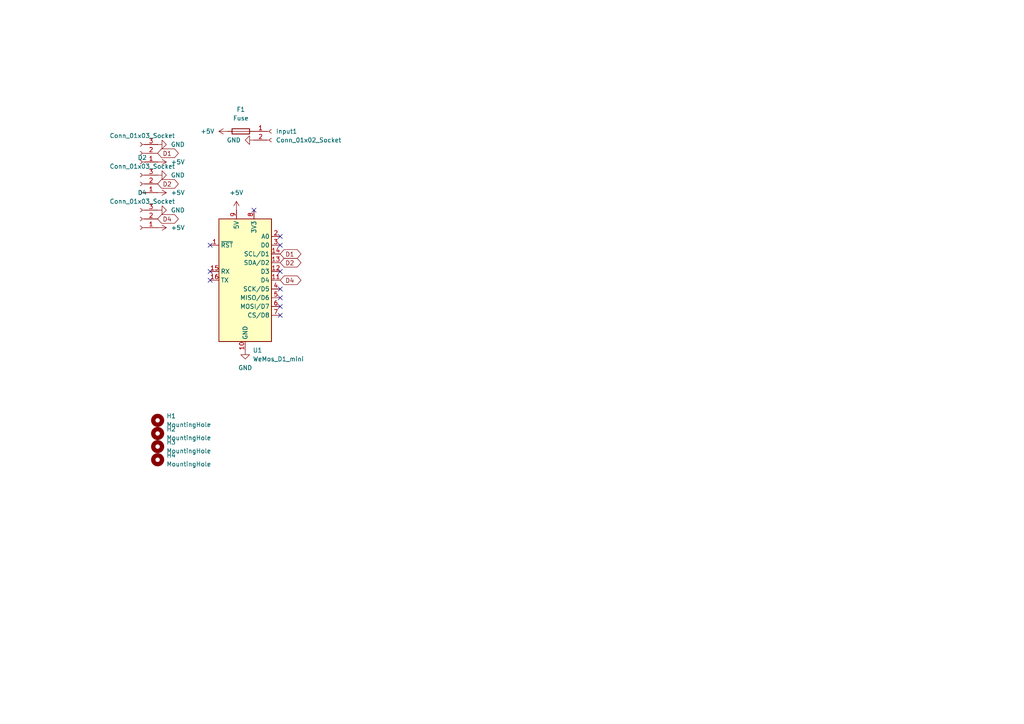
<source format=kicad_sch>
(kicad_sch (version 20231120) (generator "eeschema") (generator_version "8.0")
  (paper "A4")
  (lib_symbols
    (symbol "Connector:Conn_01x02_Socket" (pin_names (offset 1.016) hide)
      (property "Reference" "J" (at 0 2.54 0))
      (property "Value" "Conn_01x02_Socket" (at 0 -5.08 0))
      (symbol "Conn_01x02_Socket_1_1"
        (arc (start 0 -2.032) (mid -0.5058 -2.54) (end 0 -3.048) (stroke (width 0.1524)))
        (polyline (pts (xy -1.27 -2.54) (xy -0.508 -2.54)) (stroke (width 0.1524)))
        (polyline (pts (xy -1.27 0) (xy -0.508 0)) (stroke (width 0.1524)))
        (arc (start 0 0.508) (mid -0.5058 0) (end 0 -0.508) (stroke (width 0.1524)))
        (pin passive line (at -5.08 0 0) (length 3.81) (name "Pin_1") (number "1"))
        (pin passive line (at -5.08 -2.54 0) (length 3.81) (name "Pin_2") (number "2"))
      )
    )
    (symbol "Connector:Conn_01x03_Socket" (pin_names (offset 1.016) hide)
      (property "Reference" "J" (at 0 5.08 0))
      (property "Value" "Conn_01x03_Socket" (at 0 -5.08 0))
      (symbol "Conn_01x03_Socket_1_1"
        (arc (start 0 -2.032) (mid -0.5058 -2.54) (end 0 -3.048) (stroke (width 0.1524)))
        (polyline (pts (xy -1.27 -2.54) (xy -0.508 -2.54)) (stroke (width 0.1524)))
        (polyline (pts (xy -1.27 0) (xy -0.508 0)) (stroke (width 0.1524)))
        (polyline (pts (xy -1.27 2.54) (xy -0.508 2.54)) (stroke (width 0.1524)))
        (arc (start 0 0.508) (mid -0.5058 0) (end 0 -0.508) (stroke (width 0.1524)))
        (arc (start 0 3.048) (mid -0.5058 2.54) (end 0 2.032) (stroke (width 0.1524)))
        (pin passive line (at -5.08 2.54 0) (length 3.81) (name "Pin_1") (number "1"))
        (pin passive line (at -5.08 0 0) (length 3.81) (name "Pin_2") (number "2"))
        (pin passive line (at -5.08 -2.54 0) (length 3.81) (name "Pin_3") (number "3"))
      )
    )
    (symbol "Device:Fuse" (pin_numbers hide) (pin_names (offset 0))
      (property "Reference" "F" (at 2.032 0 90))
      (property "Value" "Fuse" (at -1.905 0 90))
      (symbol "Fuse_0_1"
        (rectangle (start -0.762 -2.54) (end 0.762 2.54) (stroke (width 0.254)))
        (polyline (pts (xy 0 2.54) (xy 0 -2.54)))
      )
      (symbol "Fuse_1_1"
        (pin passive line (at 0 3.81 270) (length 1.27) (name "~") (number "1"))
        (pin passive line (at 0 -3.81 90) (length 1.27) (name "~") (number "2"))
      )
    )
    (symbol "MCU_Module:WeMos_D1_mini"
      (property "Reference" "U" (at 3.81 19.05 0))
      (property "Value" "WeMos_D1_mini" (at 1.27 -19.05 0))
      (symbol "WeMos_D1_mini_1_1"
        (rectangle (start -7.62 17.78) (end 7.62 -17.78) (stroke (width 0.254)) (fill (type background)))
        (pin input line (at -10.16 10.16 0) (length 2.54) (name "~{RST}") (number "1"))
        (pin power_in line (at 0 -20.32 90) (length 2.54) (name "GND") (number "10"))
        (pin bidirectional line (at 10.16 0 180) (length 2.54) (name "D4") (number "11"))
        (pin bidirectional line (at 10.16 2.54 180) (length 2.54) (name "D3") (number "12"))
        (pin bidirectional line (at 10.16 5.08 180) (length 2.54) (name "SDA/D2") (number "13"))
        (pin bidirectional line (at 10.16 7.62 180) (length 2.54) (name "SCL/D1") (number "14"))
        (pin input line (at -10.16 2.54 0) (length 2.54) (name "RX") (number "15"))
        (pin output line (at -10.16 0 0) (length 2.54) (name "TX") (number "16"))
        (pin input line (at 10.16 12.7 180) (length 2.54) (name "A0") (number "2"))
        (pin bidirectional line (at 10.16 10.16 180) (length 2.54) (name "D0") (number "3"))
        (pin bidirectional line (at 10.16 -2.54 180) (length 2.54) (name "SCK/D5") (number "4"))
        (pin bidirectional line (at 10.16 -5.08 180) (length 2.54) (name "MISO/D6") (number "5"))
        (pin bidirectional line (at 10.16 -7.62 180) (length 2.54) (name "MOSI/D7") (number "6"))
        (pin bidirectional line (at 10.16 -10.16 180) (length 2.54) (name "CS/D8") (number "7"))
        (pin power_out line (at 2.54 20.32 270) (length 2.54) (name "3V3") (number "8"))
        (pin power_in line (at -2.54 20.32 270) (length 2.54) (name "5V") (number "9"))
      )
    )
    (symbol "Mechanical:MountingHole" (pin_names (offset 1.016)) (exclude_from_sim yes) (in_bom no)
      (property "Reference" "H" (at 0 5.08 0))
      (property "Value" "MountingHole" (at 0 3.175 0))
      (symbol "MountingHole_0_1"
        (circle (center 0 0) (radius 1.27) (stroke (width 1.27)))
      )
    )
    (symbol "power:+5V" (power) (pin_numbers hide) (pin_names (offset 0) hide)
      (property "Value" "+5V" (at 0 3.556 0))
      (symbol "+5V_0_1"
        (polyline (pts (xy -0.762 1.27) (xy 0 2.54)))
        (polyline (pts (xy 0 0) (xy 0 2.54)))
        (polyline (pts (xy 0 2.54) (xy 0.762 1.27)))
      )
      (symbol "+5V_1_1"
        (pin power_in line (at 0 0 90) (length 0) (name "~") (number "1"))
      )
    )
    (symbol "power:GND" (power) (pin_numbers hide) (pin_names (offset 0) hide)
      (property "Value" "GND" (at 0 -3.81 0))
      (symbol "GND_0_1"
        (polyline (pts (xy 0 0) (xy 0 -1.27) (xy 1.27 -1.27) (xy 0 -2.54) (xy -1.27 -1.27) (xy 0 -1.27)))
      )
      (symbol "GND_1_1"
        (pin power_in line (at 0 0 270) (length 0) (name "~") (number "1"))
      )
    )
  )
  (no_connect (at 60.96 78.74))
  (no_connect (at 73.66 60.96))
  (no_connect (at 60.96 71.12))
  (no_connect (at 81.28 88.9))
  (no_connect (at 81.28 71.12))
  (no_connect (at 81.28 86.36))
  (no_connect (at 81.28 78.74))
  (no_connect (at 81.28 91.44))
  (no_connect (at 81.28 68.58))
  (no_connect (at 81.28 83.82))
  (no_connect (at 60.96 81.28))
  (global_label "D2" (shape bidirectional) (at 45.72 53.34 0) (property "Intersheetrefs" "${INTERSHEET_REFS}" (effects (hide yes))))
  (global_label "D4" (shape bidirectional) (at 81.28 81.28 0) (property "Intersheetrefs" "${INTERSHEET_REFS}" (effects (hide yes))))
  (global_label "D1" (shape bidirectional) (at 81.28 73.66 0) (property "Intersheetrefs" "${INTERSHEET_REFS}" (effects (hide yes))))
  (global_label "D4" (shape bidirectional) (at 45.72 63.5 0) (property "Intersheetrefs" "${INTERSHEET_REFS}" (effects (hide yes))))
  (global_label "D1" (shape bidirectional) (at 45.72 44.45 0) (property "Intersheetrefs" "${INTERSHEET_REFS}" (effects (hide yes))))
  (global_label "D2" (shape bidirectional) (at 81.28 76.2 0) (property "Intersheetrefs" "${INTERSHEET_REFS}" (effects (hide yes))))
  (symbol (lib_id "power:GND") (at 45.72 60.96 90) (unit 1)
    (property "Reference" "#PWR015" (effects (hide yes)))
    (property "Value" "GND" (at 49.53 60.9601 90) (effects (justify right)))
    (property "Description" "Power symbol creates a global label with name \"GND\" , ground" (effects (hide yes)))
  )
  (symbol (lib_id "Mechanical:MountingHole") (at 45.72 129.54 0) (unit 1) (exclude_from_sim yes) (in_bom no)
    (property "Reference" "H3" (at 48.26 128.2699 0) (effects (justify left)))
    (property "Value" "MountingHole" (at 48.26 130.8099 0) (effects (justify left)))
    (property "Footprint" "MountingHole:MountingHole_2.2mm_M2" (effects (hide yes)))
    (property "Description" "Mounting Hole without connection" (effects (hide yes)))
  )
  (symbol (lib_id "power:GND") (at 73.66 40.64 270) (unit 1)
    (property "Reference" "#PWR02" (effects (hide yes)))
    (property "Value" "GND" (at 69.85 40.6399 90) (effects (justify right)))
    (property "Description" "Power symbol creates a global label with name \"GND\" , ground" (effects (hide yes)))
  )
  (symbol (lib_id "power:+5V") (at 45.72 46.99 270) (unit 1)
    (property "Reference" "#PWR010" (effects (hide yes)))
    (property "Value" "+5V" (at 49.53 46.9901 90) (effects (justify left)))
    (property "Description" "Power symbol creates a global label with name \"+5V\"" (effects (hide yes)))
  )
  (symbol (lib_id "Mechanical:MountingHole") (at 45.72 133.35 0) (unit 1) (exclude_from_sim yes) (in_bom no)
    (property "Reference" "H4" (at 48.26 132.0799 0) (effects (justify left)))
    (property "Value" "MountingHole" (at 48.26 134.6199 0) (effects (justify left)))
    (property "Footprint" "MountingHole:MountingHole_2.2mm_M2" (effects (hide yes)))
    (property "Description" "Mounting Hole without connection" (effects (hide yes)))
  )
  (symbol (lib_id "Connector:Conn_01x02_Socket") (at 78.74 38.1 0) (unit 1)
    (property "Reference" "Input1" (at 80.01 38.0999 0) (effects (justify left)))
    (property "Value" "Conn_01x02_Socket" (at 80.01 40.6399 0) (effects (justify left)))
    (property "Footprint" "Connector_Wire:SolderWire-1sqmm_1x02_P7.8mm_D1.4mm_OD3.9mm" (effects (hide yes)))
    (property "Description" "Generic connector, single row, 01x02, script generated" (effects (hide yes)))
  )
  (symbol (lib_id "Mechanical:MountingHole") (at 45.72 121.92 0) (unit 1) (exclude_from_sim yes) (in_bom no)
    (property "Reference" "H1" (at 48.26 120.6499 0) (effects (justify left)))
    (property "Value" "MountingHole" (at 48.26 123.1899 0) (effects (justify left)))
    (property "Footprint" "MountingHole:MountingHole_2.2mm_M2" (effects (hide yes)))
    (property "Description" "Mounting Hole without connection" (effects (hide yes)))
  )
  (symbol (lib_id "MCU_Module:WeMos_D1_mini") (at 71.12 81.28 0) (unit 1)
    (property "Reference" "U1" (at 73.3141 101.6 0) (effects (justify left)))
    (property "Value" "WeMos_D1_mini" (at 73.3141 104.14 0) (effects (justify left)))
    (property "Footprint" "Module:WEMOS_D1_mini_light" (effects (hide yes)))
    (property "Datasheet" "https://wiki.wemos.cc/products:d1:d1_mini#documentation" (effects (hide yes)))
    (property "Description" "32-bit microcontroller module with WiFi" (effects (hide yes)))
  )
  (symbol (lib_id "power:GND") (at 45.72 50.8 90) (unit 1)
    (property "Reference" "#PWR011" (effects (hide yes)))
    (property "Value" "GND" (at 49.53 50.8001 90) (effects (justify right)))
    (property "Description" "Power symbol creates a global label with name \"GND\" , ground" (effects (hide yes)))
  )
  (symbol (lib_id "power:+5V") (at 45.72 55.88 270) (unit 1)
    (property "Reference" "#PWR012" (effects (hide yes)))
    (property "Value" "+5V" (at 49.53 55.8801 90) (effects (justify left)))
    (property "Description" "Power symbol creates a global label with name \"+5V\"" (effects (hide yes)))
  )
  (symbol (lib_id "power:GND") (at 71.12 101.6 0) (unit 1)
    (property "Reference" "#PWR04" (effects (hide yes)))
    (property "Value" "GND" (at 71.12 106.68 0))
    (property "Description" "Power symbol creates a global label with name \"GND\" , ground" (effects (hide yes)))
  )
  (symbol (lib_id "power:+5V") (at 66.04 38.1 90) (unit 1)
    (property "Reference" "#PWR01" (effects (hide yes)))
    (property "Value" "+5V" (at 62.23 38.0999 90) (effects (justify left)))
    (property "Description" "Power symbol creates a global label with name \"+5V\"" (effects (hide yes)))
  )
  (symbol (lib_id "Mechanical:MountingHole") (at 45.72 125.73 0) (unit 1) (exclude_from_sim yes) (in_bom no)
    (property "Reference" "H2" (at 48.26 124.4599 0) (effects (justify left)))
    (property "Value" "MountingHole" (at 48.26 126.9999 0) (effects (justify left)))
    (property "Footprint" "MountingHole:MountingHole_2.2mm_M2" (effects (hide yes)))
    (property "Description" "Mounting Hole without connection" (effects (hide yes)))
  )
  (symbol (lib_id "Connector:Conn_01x03_Socket") (at 40.64 63.5 180) (unit 1)
    (property "Reference" "D4" (at 41.275 55.88 0))
    (property "Value" "Conn_01x03_Socket" (at 41.275 58.42 0))
    (property "Footprint" "Connector_Wire:SolderWire-0.1sqmm_1x03_P3.6mm_D0.4mm_OD1mm_Relief" (effects (hide yes)))
    (property "Description" "Generic connector, single row, 01x03, script generated" (effects (hide yes)))
  )
  (symbol (lib_id "Device:Fuse") (at 69.85 38.1 90) (unit 1)
    (property "Reference" "F1" (at 69.85 31.75 90))
    (property "Value" "Fuse" (at 69.85 34.29 90))
    (property "Footprint" "Fuse:Fuseholder_Cylinder-5x20mm_Schurter_0031_8201_Horizontal_Open" (effects (hide yes)))
    (property "Description" "Fuse" (effects (hide yes)))
  )
  (symbol (lib_id "Connector:Conn_01x03_Socket") (at 40.64 44.45 180) (unit 1)
    (property "Reference" "D1" (effects (hide yes)))
    (property "Value" "Conn_01x03_Socket" (at 41.275 39.37 0))
    (property "Footprint" "Connector_Wire:SolderWire-0.1sqmm_1x03_P3.6mm_D0.4mm_OD1mm_Relief" (effects (hide yes)))
    (property "Description" "Generic connector, single row, 01x03, script generated" (effects (hide yes)))
  )
  (symbol (lib_id "Connector:Conn_01x03_Socket") (at 40.64 53.34 180) (unit 1)
    (property "Reference" "D2" (at 41.275 45.72 0))
    (property "Value" "Conn_01x03_Socket" (at 41.275 48.26 0))
    (property "Footprint" "Connector_Wire:SolderWire-0.1sqmm_1x03_P3.6mm_D0.4mm_OD1mm_Relief" (effects (hide yes)))
    (property "Description" "Generic connector, single row, 01x03, script generated" (effects (hide yes)))
  )
  (symbol (lib_id "power:+5V") (at 45.72 66.04 270) (unit 1)
    (property "Reference" "#PWR016" (effects (hide yes)))
    (property "Value" "+5V" (at 49.53 66.0401 90) (effects (justify left)))
    (property "Description" "Power symbol creates a global label with name \"+5V\"" (effects (hide yes)))
  )
  (symbol (lib_id "power:+5V") (at 68.58 60.96 0) (unit 1)
    (property "Reference" "#PWR03" (effects (hide yes)))
    (property "Value" "+5V" (at 68.58 55.88 0))
    (property "Description" "Power symbol creates a global label with name \"+5V\"" (effects (hide yes)))
  )
  (symbol (lib_id "power:GND") (at 45.72 41.91 90) (unit 1)
    (property "Reference" "#PWR09" (effects (hide yes)))
    (property "Value" "GND" (at 49.53 41.9101 90) (effects (justify right)))
    (property "Description" "Power symbol creates a global label with name \"GND\" , ground" (effects (hide yes)))
  )
)
</source>
